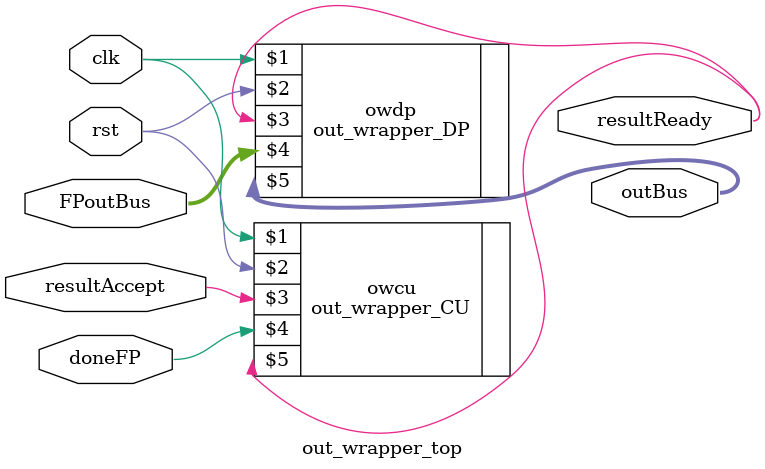
<source format=sv>
module out_wrapper_top (input clk, rst, doneFP, resultAccept,  input[31:0]FPoutBus, 
			output logic [31:0]outBus, output logic resultReady);
	out_wrapper_DP owdp(clk, rst, resultReady, FPoutBus, outBus);
	out_wrapper_CU owcu(clk, rst, resultAccept, doneFP, resultReady);
endmodule



</source>
